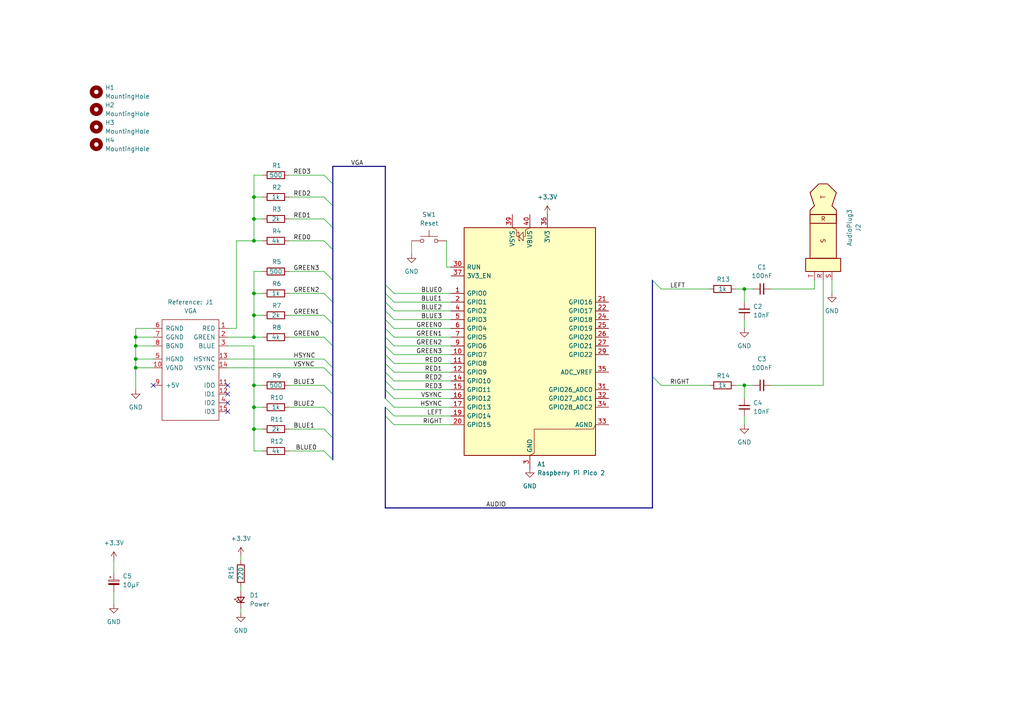
<source format=kicad_sch>
(kicad_sch (version 20250114) (generator "eeschema") (generator_version "9.0")
  (paper "A4")
  (lib_symbols
    (symbol "Connector_Audio:AudioPlug3"
      (property "Reference" "J" (at 1.27 6.35 0))
      (property "Value" "AudioPlug3" (at 1.27 -6.35 0))
      (symbol "AudioPlug3_0_0"
        (text "R" (at -2.54 0 900) (effects (font (size 1.27 1.27))))
      )
      (symbol "AudioPlug3_0_1"
        (rectangle (start -3.81 3.81) (end -1.27 -3.81) (stroke (width 0.254)))
        (rectangle (start -1.27 -1.27) (end -1.27 -1.27))
      )
      (symbol "AudioPlug3_1_0"
        (text "T" (at -8.89 0 0) (effects (font (size 1.27 1.27))))
        (text "S" (at 3.81 0 0) (effects (font (size 1.27 1.27))))
      )
      (symbol "AudioPlug3_1_1"
        (rectangle (start -3.81 3.81) (end 8.89 -3.81) (stroke (width 0.254)) (fill (type background)))
        (polyline (pts (xy -3.81 3.81) (xy -5.08 3.81) (xy -6.35 2.54) (xy -10.16 3.81) (xy -12.7 1.27) (xy -12.7 -1.27) (xy -10.16 -3.81) (xy -6.35 -2.54) (xy -5.08 -3.81) (xy -3.81 -3.81) (xy -3.81 3.81)) (stroke (width 0.254)) (fill (type background)))
        (rectangle (start 12.7 5.08) (end 8.89 -5.08) (stroke (width 0.254)) (fill (type background)))
        (pin passive line (at 15.24 2.54 180) (length 2.54) (name "~") (number "S"))
        (pin passive line (at 15.24 0 180) (length 2.54) (name "~") (number "R"))
        (pin passive line (at 15.24 -2.54 180) (length 2.54) (name "~") (number "T"))
      )
    )
    (symbol "Device:C_Polarized_Small" (pin_numbers (hide yes)) (pin_names (offset 0.254) (hide yes))
      (property "Reference" "C" (at 0.254 1.778 0))
      (property "Value" "C_Polarized_Small" (at 0.254 -2.032 0))
      (symbol "C_Polarized_Small_0_1"
        (rectangle (start -1.524 0.6858) (end 1.524 0.3048))
        (rectangle (start -1.524 -0.3048) (end 1.524 -0.6858) (fill (type outline)))
        (polyline (pts (xy -1.27 1.524) (xy -0.762 1.524)))
        (polyline (pts (xy -1.016 1.27) (xy -1.016 1.778)))
      )
      (symbol "C_Polarized_Small_1_1"
        (pin passive line (at 0 2.54 270) (length 1.8542) (name "~") (number "1"))
        (pin passive line (at 0 -2.54 90) (length 1.8542) (name "~") (number "2"))
      )
    )
    (symbol "Device:C_Small" (pin_numbers (hide yes)) (pin_names (offset 0.254) (hide yes))
      (property "Reference" "C" (at 0.254 1.778 0))
      (property "Value" "C_Small" (at 0.254 -2.032 0))
      (symbol "C_Small_0_1"
        (polyline (pts (xy -1.524 0.508) (xy 1.524 0.508)) (stroke (width 0.3048)))
        (polyline (pts (xy -1.524 -0.508) (xy 1.524 -0.508)) (stroke (width 0.3302)))
      )
      (symbol "C_Small_1_1"
        (pin passive line (at 0 2.54 270) (length 2.032) (name "~") (number "1"))
        (pin passive line (at 0 -2.54 90) (length 2.032) (name "~") (number "2"))
      )
    )
    (symbol "Device:LED_Small" (pin_numbers (hide yes)) (pin_names (offset 0.254) (hide yes))
      (property "Reference" "D" (at -1.27 3.175 0))
      (property "Value" "LED_Small" (at -4.445 -2.54 0))
      (symbol "LED_Small_0_1"
        (polyline (pts (xy -0.762 -1.016) (xy -0.762 1.016)) (stroke (width 0.254)))
        (polyline (pts (xy 0 0.762) (xy -0.508 1.27) (xy -0.254 1.27) (xy -0.508 1.27) (xy -0.508 1.016)))
        (polyline (pts (xy 0.508 1.27) (xy 0 1.778) (xy 0.254 1.778) (xy 0 1.778) (xy 0 1.524)))
        (polyline (pts (xy 0.762 -1.016) (xy -0.762 0) (xy 0.762 1.016) (xy 0.762 -1.016)) (stroke (width 0.254)))
        (polyline (pts (xy 1.016 0) (xy -0.762 0)))
      )
      (symbol "LED_Small_1_1"
        (pin passive line (at -2.54 0 0) (length 1.778) (name "K") (number "1"))
        (pin passive line (at 2.54 0 180) (length 1.778) (name "A") (number "2"))
      )
    )
    (symbol "Device:R" (pin_numbers (hide yes)) (pin_names (offset 0))
      (property "Reference" "R" (at 2.032 0 90))
      (property "Value" "R" (at 0 0 90))
      (symbol "R_0_1"
        (rectangle (start -1.016 -2.54) (end 1.016 2.54) (stroke (width 0.254)))
      )
      (symbol "R_1_1"
        (pin passive line (at 0 3.81 270) (length 1.27) (name "~") (number "1"))
        (pin passive line (at 0 -3.81 90) (length 1.27) (name "~") (number "2"))
      )
    )
    (symbol "MCU_Module:RaspberryPi_Pico" (pin_names (offset 0.762))
      (property "Reference" "A" (at -19.05 35.56 0))
      (property "Value" "RaspberryPi_Pico" (at 7.62 35.56 0))
      (symbol "RaspberryPi_Pico_0_1"
        (rectangle (start -19.05 34.29) (end 19.05 -31.75) (stroke (width 0.254)) (fill (type background)))
        (polyline (pts (xy -5.08 34.29) (xy -3.81 33.655) (xy -3.81 31.75) (xy -3.175 31.75)))
        (polyline (pts (xy -3.429 32.766) (xy -3.429 33.02) (xy -3.175 33.02) (xy -3.175 30.48) (xy -2.921 30.48) (xy -2.921 30.734)))
        (polyline (pts (xy -3.175 31.75) (xy -1.905 33.02) (xy -1.905 30.48) (xy -3.175 31.75)))
        (polyline (pts (xy 0 34.29) (xy -1.27 33.655) (xy -1.27 31.75) (xy -1.905 31.75)))
        (polyline (pts (xy 0 -31.75) (xy 1.27 -31.115) (xy 1.27 -24.13) (xy 18.415 -24.13) (xy 19.05 -22.86)))
      )
      (symbol "RaspberryPi_Pico_1_1"
        (pin passive line (at -22.86 22.86 0) (length 3.81) (name "RUN") (number "30"))
        (pin passive line (at -22.86 20.32 0) (length 3.81) (name "3V3_EN") (number "37"))
        (pin bidirectional line (at -22.86 15.24 0) (length 3.81) (name "GPIO0") (number "1"))
        (pin bidirectional line (at -22.86 12.7 0) (length 3.81) (name "GPIO1") (number "2"))
        (pin bidirectional line (at -22.86 10.16 0) (length 3.81) (name "GPIO2") (number "4"))
        (pin bidirectional line (at -22.86 7.62 0) (length 3.81) (name "GPIO3") (number "5"))
        (pin bidirectional line (at -22.86 5.08 0) (length 3.81) (name "GPIO4") (number "6"))
        (pin bidirectional line (at -22.86 2.54 0) (length 3.81) (name "GPIO5") (number "7"))
        (pin bidirectional line (at -22.86 0 0) (length 3.81) (name "GPIO6") (number "9"))
        (pin bidirectional line (at -22.86 -2.54 0) (length 3.81) (name "GPIO7") (number "10"))
        (pin bidirectional line (at -22.86 -5.08 0) (length 3.81) (name "GPIO8") (number "11"))
        (pin bidirectional line (at -22.86 -7.62 0) (length 3.81) (name "GPIO9") (number "12"))
        (pin bidirectional line (at -22.86 -10.16 0) (length 3.81) (name "GPIO10") (number "14"))
        (pin bidirectional line (at -22.86 -12.7 0) (length 3.81) (name "GPIO11") (number "15"))
        (pin bidirectional line (at -22.86 -15.24 0) (length 3.81) (name "GPIO12") (number "16"))
        (pin bidirectional line (at -22.86 -17.78 0) (length 3.81) (name "GPIO13") (number "17"))
        (pin bidirectional line (at -22.86 -20.32 0) (length 3.81) (name "GPIO14") (number "19"))
        (pin bidirectional line (at -22.86 -22.86 0) (length 3.81) (name "GPIO15") (number "20"))
        (pin power_in line (at -5.08 38.1 270) (length 3.81) (name "VSYS") (number "39"))
        (pin power_out line (at 0 38.1 270) (length 3.81) (name "VBUS") (number "40"))
        (pin passive line (at 0 -35.56 90) (length 3.81) (hide yes) (name "GND") (number "13"))
        (pin passive line (at 0 -35.56 90) (length 3.81) (hide yes) (name "GND") (number "18"))
        (pin passive line (at 0 -35.56 90) (length 3.81) (hide yes) (name "GND") (number "23"))
        (pin passive line (at 0 -35.56 90) (length 3.81) (hide yes) (name "GND") (number "28"))
        (pin power_out line (at 0 -35.56 90) (length 3.81) (name "GND") (number "3"))
        (pin passive line (at 0 -35.56 90) (length 3.81) (hide yes) (name "GND") (number "38"))
        (pin passive line (at 0 -35.56 90) (length 3.81) (hide yes) (name "GND") (number "8"))
        (pin power_out line (at 5.08 38.1 270) (length 3.81) (name "3V3") (number "36"))
        (pin bidirectional line (at 22.86 12.7 180) (length 3.81) (name "GPIO16") (number "21"))
        (pin bidirectional line (at 22.86 10.16 180) (length 3.81) (name "GPIO17") (number "22"))
        (pin bidirectional line (at 22.86 7.62 180) (length 3.81) (name "GPIO18") (number "24"))
        (pin bidirectional line (at 22.86 5.08 180) (length 3.81) (name "GPIO19") (number "25"))
        (pin bidirectional line (at 22.86 2.54 180) (length 3.81) (name "GPIO20") (number "26"))
        (pin bidirectional line (at 22.86 0 180) (length 3.81) (name "GPIO21") (number "27"))
        (pin bidirectional line (at 22.86 -2.54 180) (length 3.81) (name "GPIO22") (number "29"))
        (pin power_in line (at 22.86 -7.62 180) (length 3.81) (name "ADC_VREF") (number "35"))
        (pin bidirectional line (at 22.86 -12.7 180) (length 3.81) (name "GPIO26_ADC0") (number "31"))
        (pin bidirectional line (at 22.86 -15.24 180) (length 3.81) (name "GPIO27_ADC1") (number "32"))
        (pin bidirectional line (at 22.86 -17.78 180) (length 3.81) (name "GPIO28_ADC2") (number "34"))
        (pin power_out line (at 22.86 -22.86 180) (length 3.81) (name "AGND") (number "33"))
      )
    )
    (symbol "Mechanical:MountingHole" (pin_names (offset 1.016)) (exclude_from_sim yes) (in_bom no)
      (property "Reference" "H" (at 0 5.08 0))
      (property "Value" "MountingHole" (at 0 3.175 0))
      (symbol "MountingHole_0_1"
        (circle (center 0 0) (radius 1.27) (stroke (width 1.27)))
      )
    )
    (symbol "Switch:SW_Push" (pin_numbers (hide yes)) (pin_names (offset 1.016) (hide yes))
      (property "Reference" "SW" (at 1.27 2.54 0))
      (property "Value" "SW_Push" (at 0 -1.524 0))
      (symbol "SW_Push_0_1"
        (circle (center -2.032 0) (radius 0.508))
        (polyline (pts (xy 0 1.27) (xy 0 3.048)))
        (circle (center 2.032 0) (radius 0.508))
        (polyline (pts (xy 2.54 1.27) (xy -2.54 1.27)))
        (pin passive line (at -5.08 0 0) (length 2.54) (name "1") (number "1"))
        (pin passive line (at 5.08 0 180) (length 2.54) (name "2") (number "2"))
      )
    )
    (symbol "T-Pau:VGA" (pin_names (offset 1.016))
      (property "Reference" "J" (at 0 17.272 0) (show_name))
      (property "Value" "VGA" (at 0 -15.748 0))
      (symbol "VGA_0_1"
        (rectangle (start -8.89 15.24) (end 7.62 -13.97))
      )
      (symbol "VGA_1_1"
        (pin bidirectional line (at -11.43 12.7 0) (length 2.54) (name "RED") (number "1"))
        (pin bidirectional line (at -11.43 10.16 0) (length 2.54) (name "GREEN") (number "2"))
        (pin bidirectional line (at -11.43 7.62 0) (length 2.54) (name "BLUE") (number "3"))
        (pin bidirectional line (at -11.43 3.81 0) (length 2.54) (name "HSYNC") (number "13"))
        (pin bidirectional line (at -11.43 1.27 0) (length 2.54) (name "VSYNC") (number "14"))
        (pin bidirectional line (at -11.43 -3.81 0) (length 2.54) (name "IDO") (number "11"))
        (pin bidirectional line (at -11.43 -6.35 0) (length 2.54) (name "ID1") (number "12"))
        (pin bidirectional line (at -11.43 -8.89 0) (length 2.54) (name "ID2") (number "4"))
        (pin bidirectional line (at -11.43 -11.43 0) (length 2.54) (name "ID3") (number "15"))
        (pin bidirectional line (at 10.16 12.7 180) (length 2.54) (name "RGND") (number "6"))
        (pin bidirectional line (at 10.16 10.16 180) (length 2.54) (name "GGND") (number "7"))
        (pin input line (at 10.16 7.62 180) (length 2.54) (name "BGND") (number "8"))
        (pin bidirectional line (at 10.16 3.81 180) (length 2.54) (name "HGND") (number "5"))
        (pin bidirectional line (at 10.16 1.27 180) (length 2.54) (name "VGND") (number "10"))
        (pin power_out line (at 10.16 -3.81 180) (length 2.54) (name "+5V") (number "9"))
      )
    )
    (symbol "power:+3.3V" (power) (pin_numbers (hide yes)) (pin_names (offset 0) (hide yes))
      (property "Value" "+3.3V" (at 0 3.556 0))
      (symbol "+3.3V_0_1"
        (polyline (pts (xy -0.762 1.27) (xy 0 2.54)))
        (polyline (pts (xy 0 2.54) (xy 0.762 1.27)))
        (polyline (pts (xy 0 0) (xy 0 2.54)))
      )
      (symbol "+3.3V_1_1"
        (pin power_in line (at 0 0 90) (length 0) (name "~") (number "1"))
      )
    )
    (symbol "power:GND" (power) (pin_numbers (hide yes)) (pin_names (offset 0) (hide yes))
      (property "Value" "GND" (at 0 -3.81 0))
      (symbol "GND_0_1"
        (polyline (pts (xy 0 0) (xy 0 -1.27) (xy 1.27 -1.27) (xy 0 -2.54) (xy -1.27 -1.27) (xy 0 -1.27)))
      )
      (symbol "GND_1_1"
        (pin power_in line (at 0 0 270) (length 0) (name "~") (number "1"))
      )
    )
  )
  (junction (at 73.66 118.11))
  (junction (at 73.66 63.5))
  (junction (at 73.66 85.09))
  (junction (at 73.66 69.85))
  (junction (at 73.66 124.46))
  (junction (at 73.66 91.44))
  (junction (at 215.9 111.76))
  (junction (at 73.66 111.76))
  (junction (at 39.37 97.79))
  (junction (at 73.66 57.15))
  (junction (at 73.66 97.79))
  (junction (at 215.9 83.82))
  (junction (at 39.37 100.33))
  (junction (at 39.37 106.68))
  (junction (at 39.37 104.14))
  (no_connect (at 66.04 116.84))
  (no_connect (at 66.04 114.3))
  (no_connect (at 66.04 119.38))
  (no_connect (at 44.45 111.76))
  (no_connect (at 66.04 111.76))
  (bus_entry (at 111.76 110.49) (size 2.54 2.54))
  (bus_entry (at 111.76 92.71) (size 2.54 2.54))
  (bus_entry (at 111.76 82.55) (size 2.54 2.54))
  (bus_entry (at 93.98 91.44) (size 2.54 2.54))
  (bus_entry (at 189.23 81.28) (size 2.54 2.54))
  (bus_entry (at 93.98 118.11) (size 2.54 2.54))
  (bus_entry (at 93.98 97.79) (size 2.54 2.54))
  (bus_entry (at 93.98 69.85) (size 2.54 2.54))
  (bus_entry (at 93.98 85.09) (size 2.54 2.54))
  (bus_entry (at 111.76 118.11) (size 2.54 2.54))
  (bus_entry (at 93.98 124.46) (size 2.54 2.54))
  (bus_entry (at 189.23 109.22) (size 2.54 2.54))
  (bus_entry (at 111.76 120.65) (size 2.54 2.54))
  (bus_entry (at 93.98 78.74) (size 2.54 2.54))
  (bus_entry (at 93.98 63.5) (size 2.54 2.54))
  (bus_entry (at 111.76 90.17) (size 2.54 2.54))
  (bus_entry (at 93.98 111.76) (size 2.54 2.54))
  (bus_entry (at 93.98 106.68) (size 2.54 2.54))
  (bus_entry (at 111.76 85.09) (size 2.54 2.54))
  (bus_entry (at 111.76 115.57) (size 2.54 2.54))
  (bus_entry (at 111.76 100.33) (size 2.54 2.54))
  (bus_entry (at 93.98 57.15) (size 2.54 2.54))
  (bus_entry (at 111.76 87.63) (size 2.54 2.54))
  (bus_entry (at 93.98 130.81) (size 2.54 2.54))
  (bus_entry (at 111.76 107.95) (size 2.54 2.54))
  (bus_entry (at 93.98 104.14) (size 2.54 2.54))
  (bus_entry (at 111.76 95.25) (size 2.54 2.54))
  (bus_entry (at 111.76 105.41) (size 2.54 2.54))
  (bus_entry (at 93.98 50.8) (size 2.54 2.54))
  (bus_entry (at 111.76 113.03) (size 2.54 2.54))
  (bus_entry (at 111.76 97.79) (size 2.54 2.54))
  (bus_entry (at 111.76 102.87) (size 2.54 2.54))
  (bus (pts (xy 111.76 100.33) (xy 111.76 97.79)))
  (bus (pts (xy 111.76 107.95) (xy 111.76 105.41)))
  (bus (pts (xy 111.76 102.87) (xy 111.76 100.33)))
  (wire (pts (xy 114.3 123.19) (xy 130.81 123.19)))
  (wire (pts (xy 114.3 113.03) (xy 130.81 113.03)))
  (wire (pts (xy 73.66 69.85) (xy 73.66 63.5)))
  (wire (pts (xy 83.82 50.8) (xy 93.98 50.8)))
  (wire (pts (xy 83.82 63.5) (xy 93.98 63.5)))
  (bus (pts (xy 96.52 48.26) (xy 111.76 48.26)))
  (wire (pts (xy 73.66 111.76) (xy 73.66 118.11)))
  (bus (pts (xy 111.76 87.63) (xy 111.76 85.09)))
  (wire (pts (xy 69.85 161.29) (xy 69.85 162.56)))
  (bus (pts (xy 96.52 100.33) (xy 96.52 106.68)))
  (wire (pts (xy 39.37 100.33) (xy 39.37 104.14)))
  (wire (pts (xy 114.3 85.09) (xy 130.81 85.09)))
  (wire (pts (xy 215.9 92.71) (xy 215.9 95.25)))
  (bus (pts (xy 96.52 72.39) (xy 96.52 81.28)))
  (bus (pts (xy 96.52 59.69) (xy 96.52 66.04)))
  (wire (pts (xy 69.85 170.18) (xy 69.85 171.45)))
  (wire (pts (xy 73.66 57.15) (xy 76.2 57.15)))
  (wire (pts (xy 73.66 78.74) (xy 73.66 85.09)))
  (wire (pts (xy 114.3 105.41) (xy 130.81 105.41)))
  (wire (pts (xy 76.2 111.76) (xy 73.66 111.76)))
  (wire (pts (xy 73.66 124.46) (xy 73.66 118.11)))
  (bus (pts (xy 96.52 120.65) (xy 96.52 127)))
  (bus (pts (xy 96.52 127) (xy 96.52 133.35)))
  (bus (pts (xy 96.52 93.98) (xy 96.52 100.33)))
  (wire (pts (xy 73.66 50.8) (xy 73.66 57.15)))
  (bus (pts (xy 111.76 95.25) (xy 111.76 92.71)))
  (wire (pts (xy 223.52 83.82) (xy 236.22 83.82)))
  (wire (pts (xy 39.37 104.14) (xy 39.37 106.68)))
  (bus (pts (xy 96.52 66.04) (xy 96.52 72.39)))
  (wire (pts (xy 39.37 97.79) (xy 39.37 100.33)))
  (wire (pts (xy 215.9 83.82) (xy 215.9 87.63)))
  (bus (pts (xy 96.52 106.68) (xy 96.52 109.22)))
  (wire (pts (xy 73.66 118.11) (xy 76.2 118.11)))
  (bus (pts (xy 96.52 48.26) (xy 96.52 53.34)))
  (wire (pts (xy 213.36 83.82) (xy 215.9 83.82)))
  (wire (pts (xy 213.36 111.76) (xy 215.9 111.76)))
  (bus (pts (xy 111.76 90.17) (xy 111.76 87.63)))
  (wire (pts (xy 76.2 124.46) (xy 73.66 124.46)))
  (wire (pts (xy 76.2 97.79) (xy 73.66 97.79)))
  (wire (pts (xy 33.02 162.56) (xy 33.02 166.37)))
  (bus (pts (xy 111.76 147.32) (xy 189.23 147.32)))
  (wire (pts (xy 66.04 106.68) (xy 93.98 106.68)))
  (wire (pts (xy 76.2 63.5) (xy 73.66 63.5)))
  (wire (pts (xy 114.3 120.65) (xy 130.81 120.65)))
  (wire (pts (xy 83.82 130.81) (xy 93.98 130.81)))
  (wire (pts (xy 129.54 77.47) (xy 129.54 69.85)))
  (wire (pts (xy 83.82 78.74) (xy 93.98 78.74)))
  (wire (pts (xy 114.3 107.95) (xy 130.81 107.95)))
  (bus (pts (xy 111.76 97.79) (xy 111.76 95.25)))
  (wire (pts (xy 76.2 69.85) (xy 73.66 69.85)))
  (wire (pts (xy 66.04 100.33) (xy 73.66 100.33)))
  (wire (pts (xy 33.02 171.45) (xy 33.02 175.26)))
  (wire (pts (xy 114.3 87.63) (xy 130.81 87.63)))
  (wire (pts (xy 215.9 83.82) (xy 218.44 83.82)))
  (wire (pts (xy 114.3 100.33) (xy 130.81 100.33)))
  (wire (pts (xy 73.66 91.44) (xy 73.66 85.09)))
  (wire (pts (xy 83.82 97.79) (xy 93.98 97.79)))
  (wire (pts (xy 215.9 111.76) (xy 218.44 111.76)))
  (wire (pts (xy 83.82 69.85) (xy 93.98 69.85)))
  (wire (pts (xy 76.2 50.8) (xy 73.66 50.8)))
  (bus (pts (xy 111.76 110.49) (xy 111.76 113.03)))
  (wire (pts (xy 39.37 106.68) (xy 44.45 106.68)))
  (wire (pts (xy 114.3 97.79) (xy 130.81 97.79)))
  (wire (pts (xy 76.2 91.44) (xy 73.66 91.44)))
  (bus (pts (xy 189.23 81.28) (xy 189.23 109.22)))
  (wire (pts (xy 241.3 81.28) (xy 241.3 85.09)))
  (wire (pts (xy 238.76 111.76) (xy 238.76 81.28)))
  (wire (pts (xy 191.77 111.76) (xy 205.74 111.76)))
  (wire (pts (xy 236.22 83.82) (xy 236.22 81.28)))
  (wire (pts (xy 68.58 69.85) (xy 68.58 95.25)))
  (bus (pts (xy 111.76 110.49) (xy 111.76 107.95)))
  (bus (pts (xy 111.76 92.71) (xy 111.76 90.17)))
  (wire (pts (xy 191.77 83.82) (xy 205.74 83.82)))
  (wire (pts (xy 39.37 95.25) (xy 39.37 97.79)))
  (wire (pts (xy 73.66 97.79) (xy 73.66 91.44)))
  (wire (pts (xy 83.82 111.76) (xy 93.98 111.76)))
  (bus (pts (xy 111.76 85.09) (xy 111.76 82.55)))
  (wire (pts (xy 114.3 95.25) (xy 130.81 95.25)))
  (bus (pts (xy 111.76 105.41) (xy 111.76 102.87)))
  (wire (pts (xy 73.66 69.85) (xy 68.58 69.85)))
  (bus (pts (xy 111.76 113.03) (xy 111.76 115.57)))
  (wire (pts (xy 68.58 95.25) (xy 66.04 95.25)))
  (wire (pts (xy 39.37 100.33) (xy 44.45 100.33)))
  (wire (pts (xy 114.3 118.11) (xy 130.81 118.11)))
  (bus (pts (xy 111.76 118.11) (xy 111.76 120.65)))
  (wire (pts (xy 66.04 104.14) (xy 93.98 104.14)))
  (wire (pts (xy 215.9 120.65) (xy 215.9 123.19)))
  (bus (pts (xy 189.23 109.22) (xy 189.23 147.32)))
  (bus (pts (xy 111.76 82.55) (xy 111.76 48.26)))
  (wire (pts (xy 114.3 110.49) (xy 130.81 110.49)))
  (bus (pts (xy 96.52 81.28) (xy 96.52 87.63)))
  (bus (pts (xy 111.76 120.65) (xy 111.76 147.32)))
  (wire (pts (xy 39.37 104.14) (xy 44.45 104.14)))
  (wire (pts (xy 66.04 97.79) (xy 73.66 97.79)))
  (wire (pts (xy 73.66 111.76) (xy 73.66 100.33)))
  (wire (pts (xy 83.82 57.15) (xy 93.98 57.15)))
  (wire (pts (xy 83.82 85.09) (xy 93.98 85.09)))
  (wire (pts (xy 215.9 111.76) (xy 215.9 115.57)))
  (wire (pts (xy 76.2 78.74) (xy 73.66 78.74)))
  (wire (pts (xy 39.37 106.68) (xy 39.37 113.03)))
  (bus (pts (xy 96.52 53.34) (xy 96.52 59.69)))
  (wire (pts (xy 83.82 91.44) (xy 93.98 91.44)))
  (wire (pts (xy 114.3 90.17) (xy 130.81 90.17)))
  (wire (pts (xy 44.45 95.25) (xy 39.37 95.25)))
  (wire (pts (xy 114.3 115.57) (xy 130.81 115.57)))
  (wire (pts (xy 39.37 97.79) (xy 44.45 97.79)))
  (wire (pts (xy 119.38 69.85) (xy 119.38 73.66)))
  (wire (pts (xy 223.52 111.76) (xy 238.76 111.76)))
  (wire (pts (xy 69.85 176.53) (xy 69.85 177.8)))
  (wire (pts (xy 114.3 102.87) (xy 130.81 102.87)))
  (wire (pts (xy 130.81 77.47) (xy 129.54 77.47)))
  (bus (pts (xy 96.52 109.22) (xy 96.52 114.3)))
  (bus (pts (xy 96.52 87.63) (xy 96.52 93.98)))
  (wire (pts (xy 73.66 85.09) (xy 76.2 85.09)))
  (wire (pts (xy 114.3 92.71) (xy 130.81 92.71)))
  (wire (pts (xy 73.66 130.81) (xy 73.66 124.46)))
  (wire (pts (xy 73.66 63.5) (xy 73.66 57.15)))
  (bus (pts (xy 96.52 114.3) (xy 96.52 120.65)))
  (wire (pts (xy 76.2 130.81) (xy 73.66 130.81)))
  (wire (pts (xy 83.82 124.46) (xy 93.98 124.46)))
  (wire (pts (xy 83.82 118.11) (xy 93.98 118.11)))
  (label "BLUE2" (at 85.09 118.11 0))
  (label "GREEN3" (at 128.27 102.87 180))
  (label "RED1" (at 85.09 63.5 0))
  (label "LEFT" (at 128.27 120.65 180))
  (label "BLUE3" (at 85.09 111.76 0))
  (label "RED3" (at 85.09 50.8 0))
  (label "GREEN3" (at 85.09 78.74 0))
  (label "HSYNC" (at 128.27 118.11 180))
  (label "RIGHT" (at 194.31 111.76 0))
  (label "BLUE3" (at 128.27 92.71 180))
  (label "VSYNC" (at 128.27 115.57 180))
  (label "AUDIO" (at 140.97 147.32 0))
  (label "BLUE0" (at 128.27 85.09 180))
  (label "RED0" (at 85.09 69.85 0))
  (label "GREEN1" (at 85.09 91.44 0))
  (label "BLUE0" (at 85.725 130.81 0))
  (label "LEFT" (at 194.31 83.82 0))
  (label "GREEN1" (at 128.27 97.79 180))
  (label "RIGHT" (at 128.27 123.19 180))
  (label "HSYNC" (at 85.09 104.14 0))
  (label "GREEN2" (at 85.09 85.09 0))
  (label "BLUE2" (at 128.27 90.17 180))
  (label "RED3" (at 128.27 113.03 180))
  (label "GREEN0" (at 128.27 95.25 180))
  (label "VGA" (at 105.41 48.26 180))
  (label "RED1" (at 128.27 107.95 180))
  (label "RED2" (at 128.27 110.49 180))
  (label "RED0" (at 128.27 105.41 180))
  (label "VSYNC" (at 85.09 106.68 0))
  (label "BLUE1" (at 85.09 124.46 0))
  (label "BLUE1" (at 128.27 87.63 180))
  (label "GREEN2" (at 128.27 100.33 180))
  (label "RED2" (at 85.09 57.15 0))
  (label "GREEN0" (at 85.09 97.79 0))
  (symbol (lib_id "Mechanical:MountingHole") (at 27.94 26.67 0) (unit 1) (exclude_from_sim yes) (in_bom no)
    (property "Reference" "H1" (at 30.48 25.3999 0) (effects (justify left)))
    (property "Value" "MountingHole" (at 30.48 27.9399 0) (effects (justify left)))
    (property "Footprint" "MountingHole:MountingHole_3.2mm_M3" (effects (hide yes)))
    (property "Description" "Mounting Hole without connection" (effects (hide yes)))
  )
  (symbol (lib_id "Device:C_Small") (at 215.9 90.17 0) (unit 1)
    (property "Reference" "C2" (at 218.44 88.9062 0) (effects (justify left)))
    (property "Value" "10nF" (at 218.44 91.4462 0) (effects (justify left)))
    (property "Footprint" "Capacitor_THT:C_Disc_D5.0mm_W2.5mm_P5.00mm" (effects (hide yes)))
    (property "Description" "Unpolarized capacitor, small symbol" (effects (hide yes)))
  )
  (symbol (lib_id "Device:R") (at 80.01 69.85 270) (unit 1)
    (property "Reference" "R4" (at 80.264 67.056 90))
    (property "Value" "4k" (at 80.01 69.85 90))
    (property "Footprint" "Resistor_THT:R_Axial_DIN0207_L6.3mm_D2.5mm_P10.16mm_Horizontal" (effects (hide yes)))
    (property "Description" "Resistor" (effects (hide yes)))
  )
  (symbol (lib_id "power:GND") (at 69.85 177.8 0) (unit 1)
    (property "Reference" "#PWR011" (effects (hide yes)))
    (property "Value" "GND" (at 69.85 182.88 0))
    (property "Description" "Power symbol creates a global label with name \"GND\" , ground" (effects (hide yes)))
  )
  (symbol (lib_id "power:GND") (at 215.9 123.19 0) (unit 1)
    (property "Reference" "#PWR06" (effects (hide yes)))
    (property "Value" "GND" (at 215.9 128.27 0))
    (property "Description" "Power symbol creates a global label with name \"GND\" , ground" (effects (hide yes)))
  )
  (symbol (lib_id "power:GND") (at 153.67 135.89 0) (unit 1)
    (property "Reference" "#PWR02" (effects (hide yes)))
    (property "Value" "GND" (at 153.67 140.97 0))
    (property "Description" "Power symbol creates a global label with name \"GND\" , ground" (effects (hide yes)))
  )
  (symbol (lib_id "Device:R") (at 80.01 111.76 270) (unit 1)
    (property "Reference" "R9" (at 80.264 108.966 90))
    (property "Value" "500" (at 80.01 111.76 90))
    (property "Footprint" "Resistor_THT:R_Axial_DIN0207_L6.3mm_D2.5mm_P10.16mm_Horizontal" (effects (hide yes)))
    (property "Description" "Resistor" (effects (hide yes)))
  )
  (symbol (lib_id "Switch:SW_Push") (at 124.46 69.85 0) (unit 1)
    (property "Reference" "SW1" (at 124.46 62.23 0))
    (property "Value" "Reset" (at 124.46 64.77 0))
    (property "Footprint" "Button_Switch_THT:SW_PUSH_6mm" (effects (hide yes)))
    (property "Description" "Push button switch, generic, two pins" (effects (hide yes)))
  )
  (symbol (lib_id "Device:R") (at 80.01 50.8 270) (unit 1)
    (property "Reference" "R1" (at 80.264 48.006 90))
    (property "Value" "500" (at 80.01 50.8 90))
    (property "Footprint" "Resistor_THT:R_Axial_DIN0207_L6.3mm_D2.5mm_P10.16mm_Horizontal" (effects (hide yes)))
    (property "Description" "Resistor" (effects (hide yes)))
  )
  (symbol (lib_id "Device:R") (at 80.01 124.46 270) (unit 1)
    (property "Reference" "R11" (at 80.264 121.666 90))
    (property "Value" "2k" (at 80.01 124.46 90))
    (property "Footprint" "Resistor_THT:R_Axial_DIN0207_L6.3mm_D2.5mm_P10.16mm_Horizontal" (effects (hide yes)))
    (property "Description" "Resistor" (effects (hide yes)))
  )
  (symbol (lib_id "Device:LED_Small") (at 69.85 173.99 90) (unit 1)
    (property "Reference" "D1" (at 72.39 172.6564 90) (effects (justify right)))
    (property "Value" "Power" (at 72.39 175.1964 90) (effects (justify right)))
    (property "Footprint" "LED_THT:LED_D5.0mm" (effects (hide yes)))
    (property "Description" "Light emitting diode, small symbol" (effects (hide yes)))
    (property "Sim.Pin" "1=K 2=A" (effects (hide yes)))
  )
  (symbol (lib_id "Device:R") (at 80.01 118.11 270) (unit 1)
    (property "Reference" "R10" (at 80.264 115.316 90))
    (property "Value" "1k" (at 80.01 118.11 90))
    (property "Footprint" "Resistor_THT:R_Axial_DIN0207_L6.3mm_D2.5mm_P10.16mm_Horizontal" (effects (hide yes)))
    (property "Description" "Resistor" (effects (hide yes)))
  )
  (symbol (lib_id "Device:R") (at 80.01 57.15 270) (unit 1)
    (property "Reference" "R2" (at 80.264 54.356 90))
    (property "Value" "1k" (at 80.01 57.15 90))
    (property "Footprint" "Resistor_THT:R_Axial_DIN0207_L6.3mm_D2.5mm_P10.16mm_Horizontal" (effects (hide yes)))
    (property "Description" "Resistor" (effects (hide yes)))
  )
  (symbol (lib_id "Device:R") (at 80.01 130.81 270) (unit 1)
    (property "Reference" "R12" (at 80.264 128.016 90))
    (property "Value" "4k" (at 80.01 130.81 90))
    (property "Footprint" "Resistor_THT:R_Axial_DIN0207_L6.3mm_D2.5mm_P10.16mm_Horizontal" (effects (hide yes)))
    (property "Description" "Resistor" (effects (hide yes)))
  )
  (symbol (lib_id "power:GND") (at 33.02 175.26 0) (unit 1)
    (property "Reference" "#PWR08" (effects (hide yes)))
    (property "Value" "GND" (at 33.02 180.34 0))
    (property "Description" "Power symbol creates a global label with name \"GND\" , ground" (effects (hide yes)))
  )
  (symbol (lib_id "power:+3.3V") (at 158.75 62.23 0) (unit 1)
    (property "Reference" "#PWR03" (effects (hide yes)))
    (property "Value" "+3.3V" (at 158.75 57.15 0))
    (property "Description" "Power symbol creates a global label with name \"+3.3V\"" (effects (hide yes)))
  )
  (symbol (lib_id "Device:R") (at 80.01 97.79 270) (unit 1)
    (property "Reference" "R8" (at 80.264 94.996 90))
    (property "Value" "4k" (at 80.01 97.79 90))
    (property "Footprint" "Resistor_THT:R_Axial_DIN0207_L6.3mm_D2.5mm_P10.16mm_Horizontal" (effects (hide yes)))
    (property "Description" "Resistor" (effects (hide yes)))
  )
  (symbol (lib_id "Device:R") (at 80.01 91.44 270) (unit 1)
    (property "Reference" "R7" (at 80.264 88.646 90))
    (property "Value" "2k" (at 80.01 91.44 90))
    (property "Footprint" "Resistor_THT:R_Axial_DIN0207_L6.3mm_D2.5mm_P10.16mm_Horizontal" (effects (hide yes)))
    (property "Description" "Resistor" (effects (hide yes)))
  )
  (symbol (lib_id "T-Pau:VGA") (at 54.61 107.95 0) (mirror y) (unit 1)
    (property "Reference" "J1" (at 55.245 87.63 0) (show_name yes))
    (property "Value" "VGA" (at 55.245 90.17 0))
    (property "Footprint" "Connector_Dsub:DSUB-15-HD_Socket_Horizontal_P2.29x2.54mm_EdgePinOffset8.35mm_Housed_MountingHolesOffset10.89mm" (effects (hide yes)))
    (property "Description" "DE-15 VGA Connector" (effects (hide yes)))
  )
  (symbol (lib_id "power:GND") (at 39.37 113.03 0) (unit 1)
    (property "Reference" "#PWR01" (effects (hide yes)))
    (property "Value" "GND" (at 39.37 118.11 0))
    (property "Description" "Power symbol creates a global label with name \"GND\" , ground" (effects (hide yes)))
  )
  (symbol (lib_id "Device:R") (at 80.01 85.09 270) (unit 1)
    (property "Reference" "R6" (at 80.264 82.296 90))
    (property "Value" "1k" (at 80.01 85.09 90))
    (property "Footprint" "Resistor_THT:R_Axial_DIN0207_L6.3mm_D2.5mm_P10.16mm_Horizontal" (effects (hide yes)))
    (property "Description" "Resistor" (effects (hide yes)))
  )
  (symbol (lib_id "Mechanical:MountingHole") (at 27.94 31.75 0) (unit 1) (exclude_from_sim yes) (in_bom no)
    (property "Reference" "H2" (at 30.48 30.4799 0) (effects (justify left)))
    (property "Value" "MountingHole" (at 30.48 33.0199 0) (effects (justify left)))
    (property "Footprint" "MountingHole:MountingHole_3.2mm_M3" (effects (hide yes)))
    (property "Description" "Mounting Hole without connection" (effects (hide yes)))
  )
  (symbol (lib_id "Device:R") (at 209.55 111.76 270) (unit 1)
    (property "Reference" "R14" (at 209.804 108.966 90))
    (property "Value" "1k" (at 209.55 111.76 90))
    (property "Footprint" "Resistor_THT:R_Axial_DIN0207_L6.3mm_D2.5mm_P10.16mm_Horizontal" (effects (hide yes)))
    (property "Description" "Resistor" (effects (hide yes)))
  )
  (symbol (lib_id "power:GND") (at 119.38 73.66 0) (unit 1)
    (property "Reference" "#PWR07" (effects (hide yes)))
    (property "Value" "GND" (at 119.38 78.74 0))
    (property "Description" "Power symbol creates a global label with name \"GND\" , ground" (effects (hide yes)))
  )
  (symbol (lib_id "power:+3.3V") (at 33.02 162.56 0) (unit 1)
    (property "Reference" "#PWR09" (effects (hide yes)))
    (property "Value" "+3.3V" (at 33.02 157.48 0))
    (property "Description" "Power symbol creates a global label with name \"+3.3V\"" (effects (hide yes)))
  )
  (symbol (lib_id "Device:R") (at 80.01 63.5 270) (unit 1)
    (property "Reference" "R3" (at 80.264 60.706 90))
    (property "Value" "2k" (at 80.01 63.5 90))
    (property "Footprint" "Resistor_THT:R_Axial_DIN0207_L6.3mm_D2.5mm_P10.16mm_Horizontal" (effects (hide yes)))
    (property "Description" "Resistor" (effects (hide yes)))
  )
  (symbol (lib_id "Mechanical:MountingHole") (at 27.94 36.83 0) (unit 1) (exclude_from_sim yes) (in_bom no)
    (property "Reference" "H3" (at 30.48 35.5599 0) (effects (justify left)))
    (property "Value" "MountingHole" (at 30.48 38.0999 0) (effects (justify left)))
    (property "Footprint" "MountingHole:MountingHole_3.2mm_M3" (effects (hide yes)))
    (property "Description" "Mounting Hole without connection" (effects (hide yes)))
  )
  (symbol (lib_id "power:GND") (at 215.9 95.25 0) (unit 1)
    (property "Reference" "#PWR04" (effects (hide yes)))
    (property "Value" "GND" (at 215.9 100.33 0))
    (property "Description" "Power symbol creates a global label with name \"GND\" , ground" (effects (hide yes)))
  )
  (symbol (lib_id "power:GND") (at 241.3 85.09 0) (unit 1)
    (property "Reference" "#PWR05" (effects (hide yes)))
    (property "Value" "GND" (at 241.3 90.17 0))
    (property "Description" "Power symbol creates a global label with name \"GND\" , ground" (effects (hide yes)))
  )
  (symbol (lib_id "Device:C_Small") (at 220.98 83.82 90) (unit 1)
    (property "Reference" "C1" (at 220.9863 77.47 90))
    (property "Value" "100nF" (at 220.9863 80.01 90))
    (property "Footprint" "Capacitor_THT:C_Disc_D5.0mm_W2.5mm_P5.00mm" (effects (hide yes)))
    (property "Description" "Unpolarized capacitor, small symbol" (effects (hide yes)))
  )
  (symbol (lib_id "power:+3.3V") (at 69.85 161.29 0) (unit 1)
    (property "Reference" "#PWR010" (effects (hide yes)))
    (property "Value" "+3.3V" (at 69.85 156.21 0))
    (property "Description" "Power symbol creates a global label with name \"+3.3V\"" (effects (hide yes)))
  )
  (symbol (lib_id "Device:R") (at 69.85 166.37 0) (unit 1)
    (property "Reference" "R15" (at 67.056 166.116 90))
    (property "Value" "220" (at 69.85 166.37 90))
    (property "Footprint" "Resistor_THT:R_Axial_DIN0207_L6.3mm_D2.5mm_P10.16mm_Horizontal" (effects (hide yes)))
    (property "Description" "Resistor" (effects (hide yes)))
  )
  (symbol (lib_id "Device:R") (at 80.01 78.74 270) (unit 1)
    (property "Reference" "R5" (at 80.264 75.946 90))
    (property "Value" "500" (at 80.01 78.74 90))
    (property "Footprint" "Resistor_THT:R_Axial_DIN0207_L6.3mm_D2.5mm_P10.16mm_Horizontal" (effects (hide yes)))
    (property "Description" "Resistor" (effects (hide yes)))
  )
  (symbol (lib_id "Connector_Audio:AudioPlug3") (at 238.76 66.04 270) (unit 1)
    (property "Reference" "J2" (at 248.92 66.04 0))
    (property "Value" "AudioPlug3" (at 246.38 66.04 0))
    (property "Footprint" "Connector_Audio:Jack_3.5mm_CUI_SJ1-3515N_Horizontal" (effects (hide yes)))
    (property "Description" "Audio Jack, 3 Poles (Stereo / TRS)" (effects (hide yes)))
  )
  (symbol (lib_id "Device:R") (at 209.55 83.82 270) (unit 1)
    (property "Reference" "R13" (at 209.804 81.026 90))
    (property "Value" "1k" (at 209.55 83.82 90))
    (property "Footprint" "Resistor_THT:R_Axial_DIN0207_L6.3mm_D2.5mm_P10.16mm_Horizontal" (effects (hide yes)))
    (property "Description" "Resistor" (effects (hide yes)))
  )
  (symbol (lib_id "Device:C_Small") (at 220.98 111.76 90) (unit 1)
    (property "Reference" "C3" (at 220.98 104.14 90))
    (property "Value" "100nF" (at 220.98 106.68 90))
    (property "Footprint" "Capacitor_THT:C_Disc_D5.0mm_W2.5mm_P5.00mm" (effects (hide yes)))
    (property "Description" "Unpolarized capacitor, small symbol" (effects (hide yes)))
  )
  (symbol (lib_id "Device:C_Small") (at 215.9 118.11 0) (unit 1)
    (property "Reference" "C4" (at 218.44 116.8462 0) (effects (justify left)))
    (property "Value" "10nF" (at 218.44 119.3862 0) (effects (justify left)))
    (property "Footprint" "Capacitor_THT:C_Disc_D5.0mm_W2.5mm_P5.00mm" (effects (hide yes)))
    (property "Description" "Unpolarized capacitor, small symbol" (effects (hide yes)))
  )
  (symbol (lib_id "Mechanical:MountingHole") (at 27.94 41.91 0) (unit 1) (exclude_from_sim yes) (in_bom no)
    (property "Reference" "H4" (at 30.48 40.6399 0) (effects (justify left)))
    (property "Value" "MountingHole" (at 30.48 43.1799 0) (effects (justify left)))
    (property "Footprint" "MountingHole:MountingHole_3.2mm_M3" (effects (hide yes)))
    (property "Description" "Mounting Hole without connection" (effects (hide yes)))
  )
  (symbol (lib_id "Device:C_Polarized_Small") (at 33.02 168.91 0) (unit 1)
    (property "Reference" "C5" (at 35.56 167.0938 0) (effects (justify left)))
    (property "Value" "10µF" (at 35.56 169.6338 0) (effects (justify left)))
    (property "Footprint" "Capacitor_THT:CP_Radial_D5.0mm_P2.00mm" (effects (hide yes)))
    (property "Description" "Polarized capacitor, small symbol" (effects (hide yes)))
  )
  (symbol (lib_id "MCU_Module:RaspberryPi_Pico") (at 153.67 100.33 0) (unit 1)
    (property "Reference" "A1" (at 155.8133 134.62 0) (effects (justify left)))
    (property "Value" "Raspberry Pi Pico 2" (at 155.8133 137.16 0) (effects (justify left)))
    (property "Footprint" "Module:RaspberryPi_Pico_Common_Unspecified" (effects (hide yes)))
    (property "Datasheet" "https://datasheets.raspberrypi.com/pico/pico-datasheet.pdf" (effects (hide yes)))
    (property "Description" "Versatile and inexpensive microcontroller module powered by RP2040 dual-core Arm Cortex-M0+ processor up to 133 MHz, 264kB SRAM, 2MB QSPI flash; also supports Raspberry Pi Pico 2" (effects (hide yes)))
  )
)
</source>
